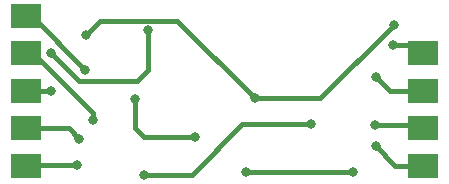
<source format=gbr>
%TF.GenerationSoftware,KiCad,Pcbnew,(5.1.9)-1*%
%TF.CreationDate,2021-01-23T19:14:43+00:00*%
%TF.ProjectId,RC-DC-Motor_Splitter,52432d44-432d-44d6-9f74-6f725f53706c,rev?*%
%TF.SameCoordinates,Original*%
%TF.FileFunction,Copper,L2,Bot*%
%TF.FilePolarity,Positive*%
%FSLAX46Y46*%
G04 Gerber Fmt 4.6, Leading zero omitted, Abs format (unit mm)*
G04 Created by KiCad (PCBNEW (5.1.9)-1) date 2021-01-23 19:14:43*
%MOMM*%
%LPD*%
G01*
G04 APERTURE LIST*
%TA.AperFunction,SMDPad,CuDef*%
%ADD10R,2.540000X2.000000*%
%TD*%
%TA.AperFunction,ViaPad*%
%ADD11C,0.800000*%
%TD*%
%TA.AperFunction,Conductor*%
%ADD12C,0.400000*%
%TD*%
G04 APERTURE END LIST*
D10*
%TO.P,J6,1*%
%TO.N,RC_IN1*%
X94615000Y-80010000D03*
%TD*%
%TO.P,J10,2*%
%TO.N,GND*%
X94615000Y-86360000D03*
%TO.P,J10,1*%
%TO.N,+12V*%
X94615000Y-83185000D03*
%TD*%
%TO.P,J7,2*%
%TO.N,Net-(J7-Pad2)*%
X128270000Y-86360000D03*
%TO.P,J7,1*%
%TO.N,Net-(J7-Pad1)*%
X128270000Y-83185000D03*
%TD*%
%TO.P,J2,2*%
%TO.N,Net-(J2-Pad2)*%
X128270000Y-92710000D03*
%TO.P,J2,1*%
%TO.N,Net-(J2-Pad1)*%
X128270000Y-89535000D03*
%TD*%
%TO.P,J8,2*%
%TO.N,Net-(J8-Pad2)*%
X94615000Y-89535000D03*
%TO.P,J8,1*%
%TO.N,Net-(J8-Pad1)*%
X94615000Y-92710000D03*
%TD*%
D11*
%TO.N,GND*%
X122326400Y-93294200D03*
X113309400Y-93294200D03*
X108915200Y-90271600D03*
X103886000Y-87045800D03*
X96799400Y-86360000D03*
%TO.N,+5V*%
X96748600Y-83159600D03*
X105003600Y-81254600D03*
%TO.N,UPDI*%
X99695000Y-81661000D03*
X113995200Y-87020400D03*
X125780800Y-80772000D03*
%TO.N,Net-(J2-Pad2)*%
X124282200Y-91084400D03*
%TO.N,Net-(J2-Pad1)*%
X124180600Y-89306400D03*
%TO.N,RC_IN1*%
X99669600Y-84582000D03*
%TO.N,+12V*%
X118795800Y-89200001D03*
X104597200Y-93497400D03*
X100330000Y-88849200D03*
%TO.N,Net-(J8-Pad2)*%
X99136200Y-90424000D03*
%TO.N,Net-(J8-Pad1)*%
X98930002Y-92659200D03*
%TO.N,Net-(J7-Pad2)*%
X124307600Y-85217000D03*
%TO.N,Net-(J7-Pad1)*%
X125755400Y-82473800D03*
%TD*%
D12*
%TO.N,GND*%
X122326400Y-93294200D02*
X113309400Y-93294200D01*
X108915200Y-90271600D02*
X104597200Y-90271600D01*
X103886000Y-89560400D02*
X103886000Y-87045800D01*
X104597200Y-90271600D02*
X103886000Y-89560400D01*
X94615000Y-86360000D02*
X96799400Y-86360000D01*
%TO.N,+5V*%
X96748600Y-83159600D02*
X99161600Y-85572600D01*
X99161600Y-85572600D02*
X104063800Y-85572600D01*
X105003600Y-84632800D02*
X105003600Y-81254600D01*
X104063800Y-85572600D02*
X105003600Y-84632800D01*
%TO.N,UPDI*%
X107429399Y-80454599D02*
X113995200Y-87020400D01*
X100901401Y-80454599D02*
X107429399Y-80454599D01*
X99695000Y-81661000D02*
X100901401Y-80454599D01*
X119532400Y-87020400D02*
X125780800Y-80772000D01*
X113995200Y-87020400D02*
X119532400Y-87020400D01*
%TO.N,Net-(J2-Pad2)*%
X125907800Y-92710000D02*
X128270000Y-92710000D01*
X124282200Y-91084400D02*
X125907800Y-92710000D01*
%TO.N,Net-(J2-Pad1)*%
X128041400Y-89306400D02*
X128270000Y-89535000D01*
X124180600Y-89306400D02*
X128041400Y-89306400D01*
%TO.N,RC_IN1*%
X94615000Y-80010000D02*
X94589600Y-80035400D01*
X95123000Y-80035400D02*
X99669600Y-84582000D01*
X94589600Y-80035400D02*
X95123000Y-80035400D01*
%TO.N,+12V*%
X118795800Y-89200001D02*
X112958599Y-89200001D01*
X108661200Y-93497400D02*
X104597200Y-93497400D01*
X112958599Y-89200001D02*
X108661200Y-93497400D01*
X95231485Y-83185000D02*
X94615000Y-83185000D01*
X100330000Y-88283515D02*
X95231485Y-83185000D01*
X100330000Y-88849200D02*
X100330000Y-88283515D01*
%TO.N,Net-(J8-Pad2)*%
X98247200Y-89535000D02*
X94615000Y-89535000D01*
X99136200Y-90424000D02*
X98247200Y-89535000D01*
%TO.N,Net-(J8-Pad1)*%
X94665800Y-92659200D02*
X94615000Y-92710000D01*
X98930002Y-92659200D02*
X94665800Y-92659200D01*
%TO.N,Net-(J7-Pad2)*%
X125450600Y-86360000D02*
X128270000Y-86360000D01*
X124307600Y-85217000D02*
X125450600Y-86360000D01*
%TO.N,Net-(J7-Pad1)*%
X127558800Y-82473800D02*
X128270000Y-83185000D01*
X125755400Y-82473800D02*
X127558800Y-82473800D01*
%TD*%
M02*

</source>
